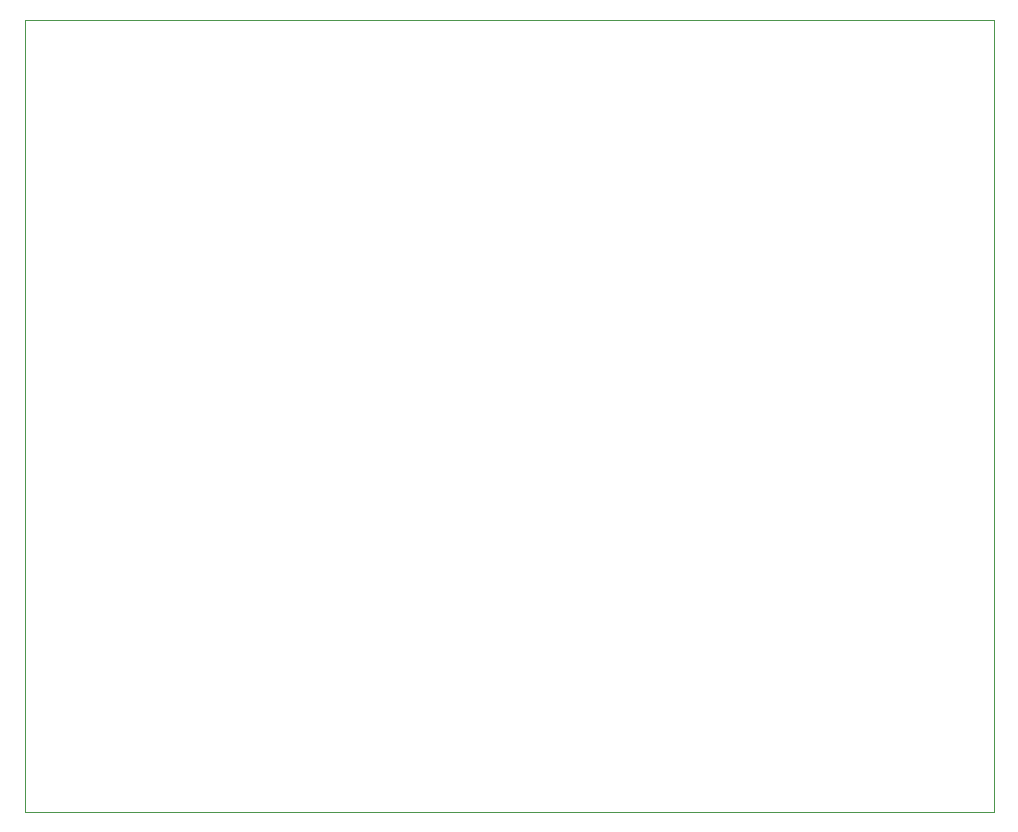
<source format=gbr>
%TF.GenerationSoftware,KiCad,Pcbnew,(5.1.10-1-10_14)*%
%TF.CreationDate,2021-11-12T08:41:43-05:00*%
%TF.ProjectId,audio,61756469-6f2e-46b6-9963-61645f706362,rev?*%
%TF.SameCoordinates,Original*%
%TF.FileFunction,Profile,NP*%
%FSLAX46Y46*%
G04 Gerber Fmt 4.6, Leading zero omitted, Abs format (unit mm)*
G04 Created by KiCad (PCBNEW (5.1.10-1-10_14)) date 2021-11-12 08:41:43*
%MOMM*%
%LPD*%
G01*
G04 APERTURE LIST*
%TA.AperFunction,Profile*%
%ADD10C,0.050000*%
%TD*%
G04 APERTURE END LIST*
D10*
X218948000Y-30988000D02*
X196342000Y-30988000D01*
X218948000Y-98044000D02*
X218948000Y-30988000D01*
X136906000Y-98044000D02*
X218948000Y-98044000D01*
X136906000Y-30988000D02*
X136906000Y-98044000D01*
X196342000Y-30988000D02*
X136906000Y-30988000D01*
M02*

</source>
